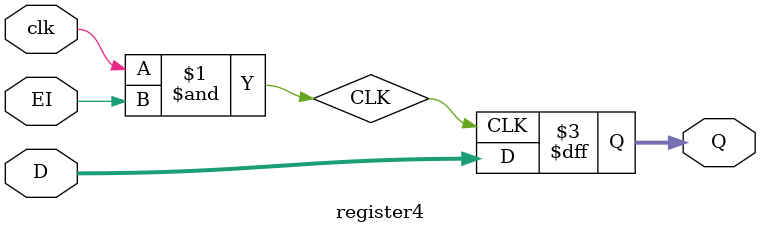
<source format=v>
/* verilator lint_off DECLFILENAME */
/* verilator lint_off INITIALDLY */
`timescale 1ns/1ps
module register4(input clk, input [3:0] D, input EI, output reg [3:0] Q);
wire CLK;
assign CLK=(clk & EI);
always @(posedge CLK)
begin
    Q <= D;
end
endmodule

</source>
